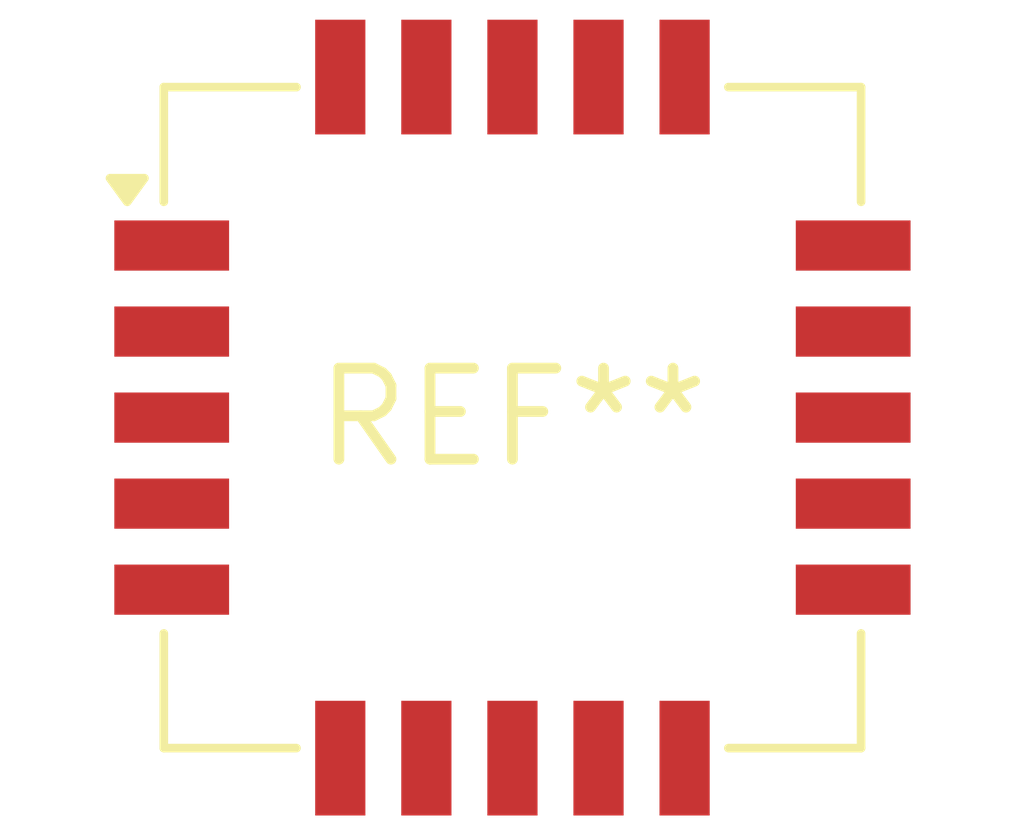
<source format=kicad_pcb>
(kicad_pcb (version 20240108) (generator pcbnew)
  (layers (0 "F.Cu" signal) (31 "B.Cu" signal) (34 "B.Paste" user) (35 "F.Paste" user) (36 "B.SilkS" user "B.Silkscreen") (37 "F.SilkS" user "F.Silkscreen") (38 "B.Mask" user) (39 "F.Mask" user) (44 "Edge.Cuts" user))
  (net 0 "")
  (footprint "Sierra_XM11X0" (layer "F.Cu") (at 0 0)
    (property "Reference" "REF**")
    (property "Value" "Sierra_XM11X0")
    (fp_line (start -4.86 -4.61) (end -3.01 -4.61) (layer "F.SilkS") (stroke (width 0.12)))
    (fp_line (start -4.86 -3.01) (end -4.86 -4.61) (layer "F.SilkS") (stroke (width 0.12)))
    (fp_line (start -4.86 3.01) (end -4.86 4.61) (layer "F.SilkS") (stroke (width 0.12)))
    (fp_line (start -4.86 4.61) (end -3.01 4.61) (layer "F.SilkS") (stroke (width 0.12)))
    (fp_line (start 4.86 -4.61) (end 3.01 -4.61) (layer "F.SilkS") (stroke (width 0.12)))
    (fp_line (start 4.86 -3.01) (end 4.86 -4.61) (layer "F.SilkS") (stroke (width 0.12)))
    (fp_line (start 4.86 3.01) (end 4.86 4.61) (layer "F.SilkS") (stroke (width 0.12)))
    (fp_line (start 4.86 4.61) (end 3.01 4.61) (layer "F.SilkS") (stroke (width 0.12)))
    (fp_poly (pts (xy -5.37 -3.01) (xy -5.61 -3.34) (xy -5.13 -3.34) (xy -5.37 -3.01)) (layer "F.SilkS") (stroke (width 0.12)) (fill solid))
    (pad "1" smd rect (at -4.75 -2.4) (size 1.6 0.7) (layers "F.Cu" "F.Paste" "F.Mask"))
    (pad "2" smd rect (at -4.75 -1.2) (size 1.6 0.7) (layers "F.Cu" "F.Paste" "F.Mask"))
    (pad "3" smd rect (at -4.75 0) (size 1.6 0.7) (layers "F.Cu" "F.Paste" "F.Mask"))
    (pad "4" smd rect (at -4.75 1.2) (size 1.6 0.7) (layers "F.Cu" "F.Paste" "F.Mask"))
    (pad "5" smd rect (at -4.75 2.4) (size 1.6 0.7) (layers "F.Cu" "F.Paste" "F.Mask"))
    (pad "6" smd rect (at -2.4 4.75) (size 0.7 1.6) (layers "F.Cu" "F.Paste" "F.Mask"))
    (pad "7" smd rect (at -1.2 4.75) (size 0.7 1.6) (layers "F.Cu" "F.Paste" "F.Mask"))
    (pad "8" smd rect (at 0 4.75) (size 0.7 1.6) (layers "F.Cu" "F.Paste" "F.Mask"))
    (pad "9" smd rect (at 1.2 4.75) (size 0.7 1.6) (layers "F.Cu" "F.Paste" "F.Mask"))
    (pad "10" smd rect (at 2.4 4.75) (size 0.7 1.6) (layers "F.Cu" "F.Paste" "F.Mask"))
    (pad "11" smd rect (at 4.75 2.4) (size 1.6 0.7) (layers "F.Cu" "F.Paste" "F.Mask"))
    (pad "12" smd rect (at 4.75 1.2) (size 1.6 0.7) (layers "F.Cu" "F.Paste" "F.Mask"))
    (pad "13" smd rect (at 4.75 0) (size 1.6 0.7) (layers "F.Cu" "F.Paste" "F.Mask"))
    (pad "14" smd rect (at 4.75 -1.2) (size 1.6 0.7) (layers "F.Cu" "F.Paste" "F.Mask"))
    (pad "15" smd rect (at 4.75 -2.4) (size 1.6 0.7) (layers "F.Cu" "F.Paste" "F.Mask"))
    (pad "16" smd rect (at 2.4 -4.75) (size 0.7 1.6) (layers "F.Cu" "F.Paste" "F.Mask"))
    (pad "17" smd rect (at 1.2 -4.75) (size 0.7 1.6) (layers "F.Cu" "F.Paste" "F.Mask"))
    (pad "18" smd rect (at 0 -4.75) (size 0.7 1.6) (layers "F.Cu" "F.Paste" "F.Mask"))
    (pad "19" smd rect (at -1.2 -4.75) (size 0.7 1.6) (layers "F.Cu" "F.Paste" "F.Mask"))
    (pad "20" smd rect (at -2.4 -4.75) (size 0.7 1.6) (layers "F.Cu" "F.Paste" "F.Mask"))
  )
)
</source>
